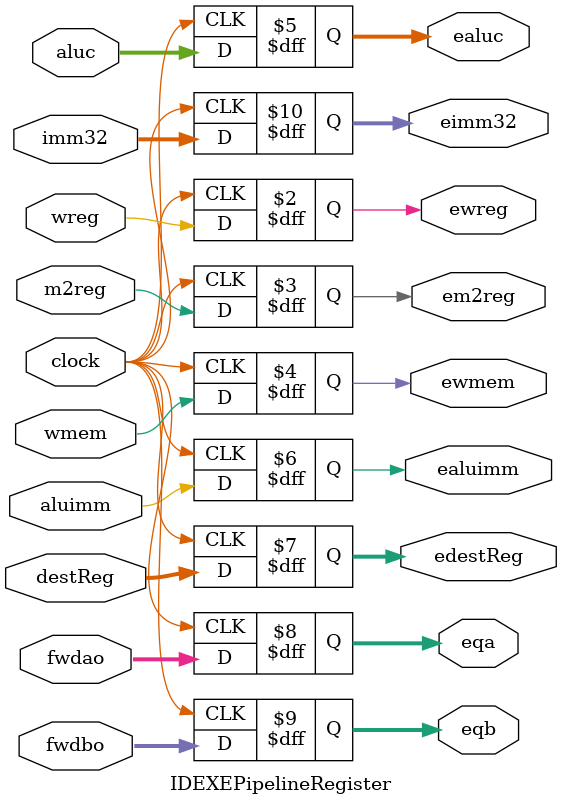
<source format=v>
`timescale 1ns / 1ps

module IDEXEPipelineRegister(
input wreg,
input m2reg,
input wmem,
input [3:0] aluc,
input aluimm,
input [4:0] destReg,
input [31:0] fwdao,
input [31:0] fwdbo,
input [31:0] imm32,
input clock,

output reg ewreg,
output reg em2reg,
output reg ewmem,
output reg [3:0] ealuc,
output reg ealuimm,
output reg [4:0] edestReg,
output reg [31:0] eqa,
output reg [31:0] eqb,
output reg [31:0] eimm32);

    always @(posedge clock) begin
        ewreg <= wreg;
        em2reg <= m2reg;
        ewmem <= wmem;
        ealuc <= aluc;
        ealuimm <= aluimm;
        edestReg <= destReg;
        eqa <= fwdao; //                bits dont match 32 <= 2 ??
        eqb <= fwdbo;//                 bits dont match 32 <= 2 ???
        eimm32 <= imm32;
    end

endmodule

</source>
